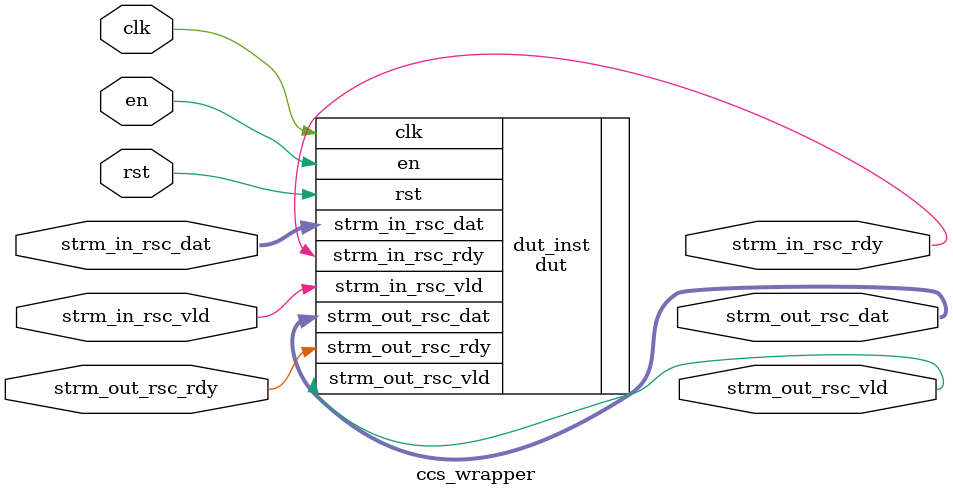
<source format=v>


module ccs_wrapper (
  clk, en, rst, strm_in_rsc_dat, strm_in_rsc_vld, strm_in_rsc_rdy, strm_out_rsc_dat, strm_out_rsc_vld, strm_out_rsc_rdy
);
  input clk;
  input en;
  input rst;
  input [31:0] strm_in_rsc_dat;
  input strm_in_rsc_vld;
  output strm_in_rsc_rdy;
  output [31:0] strm_out_rsc_dat;
  output strm_out_rsc_vld;
  input strm_out_rsc_rdy;


  dut dut_inst (
    .clk(clk),
    .en(en),
    .rst(rst),
    .strm_in_rsc_dat(strm_in_rsc_dat),
    .strm_in_rsc_vld(strm_in_rsc_vld),
    .strm_in_rsc_rdy(strm_in_rsc_rdy),
    .strm_out_rsc_dat(strm_out_rsc_dat),
    .strm_out_rsc_vld(strm_out_rsc_vld),
    .strm_out_rsc_rdy(strm_out_rsc_rdy)
  );

endmodule


</source>
